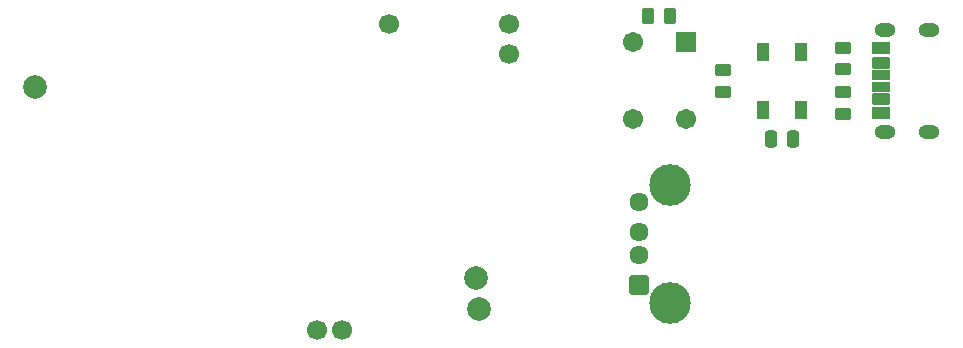
<source format=gts>
G04 #@! TF.GenerationSoftware,KiCad,Pcbnew,9.0.2*
G04 #@! TF.CreationDate,2025-06-21T10:43:41+02:00*
G04 #@! TF.ProjectId,conndom,636f6e6e-646f-46d2-9e6b-696361645f70,0.2*
G04 #@! TF.SameCoordinates,Original*
G04 #@! TF.FileFunction,Soldermask,Top*
G04 #@! TF.FilePolarity,Negative*
%FSLAX46Y46*%
G04 Gerber Fmt 4.6, Leading zero omitted, Abs format (unit mm)*
G04 Created by KiCad (PCBNEW 9.0.2) date 2025-06-21 10:43:41*
%MOMM*%
%LPD*%
G01*
G04 APERTURE LIST*
G04 Aperture macros list*
%AMRoundRect*
0 Rectangle with rounded corners*
0 $1 Rounding radius*
0 $2 $3 $4 $5 $6 $7 $8 $9 X,Y pos of 4 corners*
0 Add a 4 corners polygon primitive as box body*
4,1,4,$2,$3,$4,$5,$6,$7,$8,$9,$2,$3,0*
0 Add four circle primitives for the rounded corners*
1,1,$1+$1,$2,$3*
1,1,$1+$1,$4,$5*
1,1,$1+$1,$6,$7*
1,1,$1+$1,$8,$9*
0 Add four rect primitives between the rounded corners*
20,1,$1+$1,$2,$3,$4,$5,0*
20,1,$1+$1,$4,$5,$6,$7,0*
20,1,$1+$1,$6,$7,$8,$9,0*
20,1,$1+$1,$8,$9,$2,$3,0*%
G04 Aperture macros list end*
%ADD10RoundRect,0.250000X0.450000X-0.262500X0.450000X0.262500X-0.450000X0.262500X-0.450000X-0.262500X0*%
%ADD11RoundRect,0.250000X0.262500X0.450000X-0.262500X0.450000X-0.262500X-0.450000X0.262500X-0.450000X0*%
%ADD12RoundRect,0.102000X0.704000X-0.704000X0.704000X0.704000X-0.704000X0.704000X-0.704000X-0.704000X0*%
%ADD13C,1.612000*%
%ADD14C,3.520000*%
%ADD15C,1.700000*%
%ADD16C,2.000000*%
%ADD17RoundRect,0.102000X0.700000X-0.350000X0.700000X0.350000X-0.700000X0.350000X-0.700000X-0.350000X0*%
%ADD18RoundRect,0.102000X0.700000X-0.380000X0.700000X0.380000X-0.700000X0.380000X-0.700000X-0.380000X0*%
%ADD19RoundRect,0.102000X0.700000X-0.400000X0.700000X0.400000X-0.700000X0.400000X-0.700000X-0.400000X0*%
%ADD20O,1.804000X1.204000*%
%ADD21RoundRect,0.250000X0.250000X0.475000X-0.250000X0.475000X-0.250000X-0.475000X0.250000X-0.475000X0*%
%ADD22RoundRect,0.250000X-0.450000X0.262500X-0.450000X-0.262500X0.450000X-0.262500X0.450000X0.262500X0*%
%ADD23RoundRect,0.102000X-0.754000X0.754000X-0.754000X-0.754000X0.754000X-0.754000X0.754000X0.754000X0*%
%ADD24C,1.712000*%
%ADD25R,1.000000X1.500000*%
G04 APERTURE END LIST*
D10*
X176900000Y-86025000D03*
X176900000Y-84200000D03*
D11*
X162212500Y-81550000D03*
X160387500Y-81550000D03*
D12*
X159600000Y-104300000D03*
D13*
X159600000Y-101800000D03*
X159600000Y-99800000D03*
X159600000Y-97300000D03*
D14*
X162270000Y-105800000D03*
X162270000Y-95800000D03*
D15*
X134450000Y-108080000D03*
X148630000Y-84770000D03*
D16*
X108450000Y-87560000D03*
D17*
X180110000Y-87500000D03*
D18*
X180110000Y-85480000D03*
D19*
X180110000Y-84250000D03*
D17*
X180110000Y-86500000D03*
D18*
X180110000Y-88520000D03*
D19*
X180110000Y-89750000D03*
D20*
X180400000Y-91320000D03*
X184200000Y-91320000D03*
X180400000Y-82680000D03*
X184200000Y-82680000D03*
D15*
X138470000Y-82230000D03*
D16*
X146100000Y-106310000D03*
D15*
X148630000Y-82230000D03*
D21*
X172650000Y-91900000D03*
X170750000Y-91900000D03*
D16*
X145790000Y-103700000D03*
D22*
X176900000Y-87975000D03*
X176900000Y-89800000D03*
D23*
X163600000Y-83750000D03*
D24*
X163600000Y-90250000D03*
X159100000Y-83750000D03*
X159100000Y-90250000D03*
D15*
X132320000Y-108080000D03*
D22*
X166750000Y-86125000D03*
X166750000Y-87950000D03*
D25*
X173344500Y-84550000D03*
X170144500Y-84550000D03*
X170144500Y-89450000D03*
X173344500Y-89450000D03*
M02*

</source>
